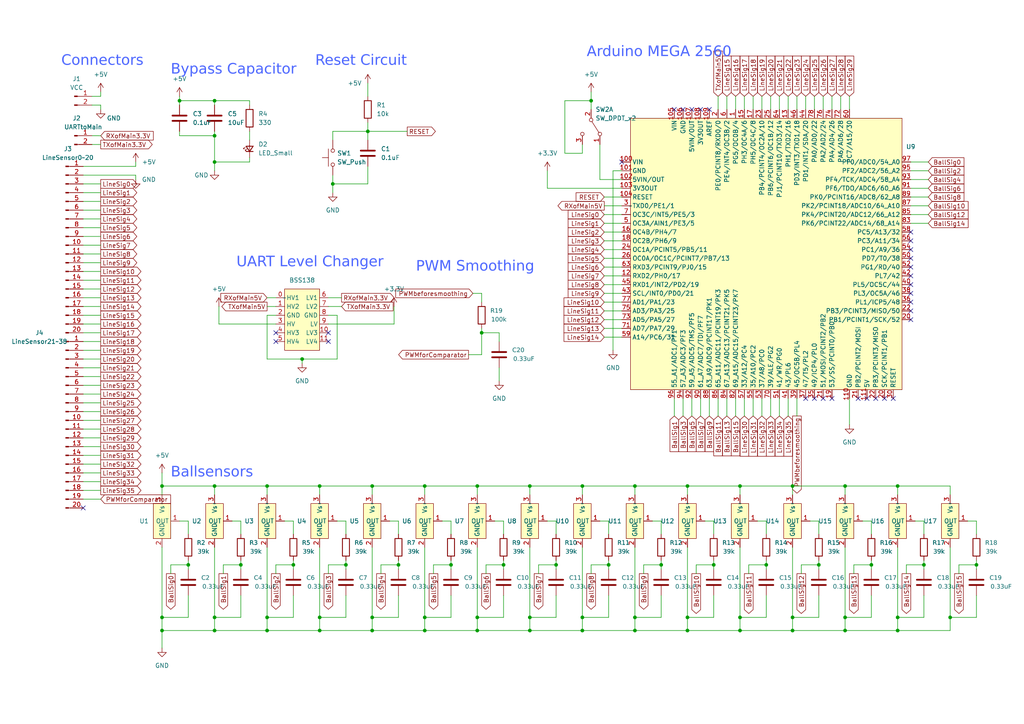
<source format=kicad_sch>
(kicad_sch (version 20230121) (generator eeschema)
  (paper "A4")
  (lib_symbols
    (symbol "@admixSymbols2:ArduinoMEGA2560"
      (property "Reference" "U" (at -88.9 -22.86 0))
      (symbol "ArduinoMEGA2560_1_1"
        (pin passive line (at -10.16 43.18 270) (length 2.54) (name "PG5/OC0B/4") (number "1"))
        (pin passive line (at -43.18 27.94 0) (length 2.54) (name "VIN") (number "100"))
        (pin passive line (at -43.18 25.4 0) (length 2.54) (name "GND") (number "101"))
        (pin passive line (at -43.18 22.86 0) (length 2.54) (name "5VIN/OUT") (number "102"))
        (pin passive line (at -43.18 20.32 0) (length 2.54) (name "3V3OUT") (number "103"))
        (pin passive line (at -43.18 17.78 0) (length 2.54) (name "RESET") (number "104"))
        (pin passive line (at -27.94 43.18 270) (length 2.54) (name "VIN") (number "105"))
        (pin passive line (at -25.4 43.18 270) (length 2.54) (name "GND") (number "106"))
        (pin passive line (at -22.86 43.18 270) (length 2.54) (name "5VIN/OUT") (number "107"))
        (pin passive line (at -20.32 43.18 270) (length 2.54) (name "3V3OUT") (number "108"))
        (pin passive line (at -17.78 43.18 270) (length 2.54) (name "AREF") (number "109"))
        (pin passive line (at 22.86 -40.64 90) (length 2.54) (name "GND") (number "110"))
        (pin passive line (at 27.94 -40.64 90) (length 2.54) (name "5V") (number "111"))
        (pin passive line (at -43.18 -5.08 0) (length 2.54) (name "RXD2/PH0/17") (number "12"))
        (pin passive line (at 5.08 43.18 270) (length 2.54) (name "PH1/TXD2/16") (number "13"))
        (pin passive line (at -7.62 43.18 270) (length 2.54) (name "PH3/OC4A/6") (number "15"))
        (pin passive line (at -43.18 7.62 0) (length 2.54) (name "OC4B/PH4/7") (number "16"))
        (pin passive line (at -5.08 43.18 270) (length 2.54) (name "PH5/OC4C/8") (number "17"))
        (pin passive line (at -43.18 5.08 0) (length 2.54) (name "OC2B/PH6/9") (number "18"))
        (pin passive line (at 17.78 -40.64 90) (length 2.54) (name "53/SS/PCINT0/PB0") (number "19"))
        (pin passive line (at -15.24 43.18 270) (length 2.54) (name "PE0/PCINT8/RXD0/0") (number "2"))
        (pin passive line (at 40.64 -17.78 180) (length 2.54) (name "PB1/PCINT1/SCK/52") (number "20"))
        (pin passive line (at 33.02 -40.64 90) (length 2.54) (name "SCK/PCINT1/PB1") (number "20"))
        (pin passive line (at 15.24 -40.64 90) (length 2.54) (name "51/MOSI/PCINT2/PB2") (number "21"))
        (pin passive line (at 25.4 -40.64 90) (length 2.54) (name "PB2/PCINT2/MOSI") (number "21"))
        (pin passive line (at 30.48 -40.64 90) (length 2.54) (name "PB3/PCINT3/MISO") (number "22"))
        (pin passive line (at 40.64 -15.24 180) (length 2.54) (name "PB3/PCINT3/MISO/50") (number "22"))
        (pin passive line (at -2.54 43.18 270) (length 2.54) (name "PB4/PCINT4/OC2A/10") (number "23"))
        (pin passive line (at -43.18 2.54 0) (length 2.54) (name "OC1A/PCINT5/PB5/11") (number "24"))
        (pin passive line (at 0 43.18 270) (length 2.54) (name "PB6/PCINT6/OC1B/12") (number "25"))
        (pin passive line (at -43.18 0 0) (length 2.54) (name "OC0A/OC1C/PCINT7/PB7/13") (number "26"))
        (pin passive line (at -43.18 15.24 0) (length 2.54) (name "TXD0/PE1/1") (number "3"))
        (pin passive line (at 35.56 -40.64 90) (length 2.54) (name "RESET") (number "30"))
        (pin passive line (at 12.7 -40.64 90) (length 2.54) (name "49/ICP4/PL0") (number "35"))
        (pin passive line (at 40.64 -12.7 180) (length 2.54) (name "PL1/ICP5/48") (number "36"))
        (pin passive line (at 10.16 -40.64 90) (length 2.54) (name "47/T5/PL2") (number "37"))
        (pin passive line (at 40.64 -10.16 180) (length 2.54) (name "PL3/OC5A/46") (number "38"))
        (pin passive line (at 7.62 -40.64 90) (length 2.54) (name "45/OC5B/PL4") (number "39"))
        (pin passive line (at 40.64 -7.62 180) (length 2.54) (name "PL5/OC5C/44") (number "40"))
        (pin passive line (at 5.08 -40.64 90) (length 2.54) (name "43/PL6") (number "41"))
        (pin passive line (at 40.64 -5.08 180) (length 2.54) (name "PL7/42") (number "42"))
        (pin passive line (at -43.18 -10.16 0) (length 2.54) (name "SCL/INT0/PD0/21") (number "43"))
        (pin passive line (at 10.16 43.18 270) (length 2.54) (name "PD1/INT1/SDA/20") (number "44"))
        (pin passive line (at -43.18 -7.62 0) (length 2.54) (name "RXD1/INT2/PD2/19") (number "45"))
        (pin passive line (at 7.62 43.18 270) (length 2.54) (name "PD3/INT3/TXD1/18") (number "46"))
        (pin passive line (at -43.18 10.16 0) (length 2.54) (name "OC3A/AIN1/PE3/5") (number "5"))
        (pin passive line (at 40.64 0 180) (length 2.54) (name "PD7/T0/38") (number "50"))
        (pin passive line (at 2.54 -40.64 90) (length 2.54) (name "41/WR/PG0") (number "51"))
        (pin passive line (at 40.64 -2.54 180) (length 2.54) (name "PG1/RD/40") (number "52"))
        (pin passive line (at -2.54 -40.64 90) (length 2.54) (name "37/A8/PC0") (number "53"))
        (pin passive line (at 40.64 2.54 180) (length 2.54) (name "PC1/A9/36") (number "54"))
        (pin passive line (at -5.08 -40.64 90) (length 2.54) (name "35/A10/PC2") (number "55"))
        (pin passive line (at 40.64 5.08 180) (length 2.54) (name "PC3/A11/34") (number "56"))
        (pin passive line (at -7.62 -40.64 90) (length 2.54) (name "33/A12/PC4") (number "57"))
        (pin passive line (at 40.64 7.62 180) (length 2.54) (name "PC5/A13/32") (number "58"))
        (pin passive line (at -43.18 -22.86 0) (length 2.54) (name "A14/PC6/31") (number "59"))
        (pin passive line (at -12.7 43.18 270) (length 2.54) (name "PE4/INT4/OC3B/2") (number "6"))
        (pin passive line (at 22.86 43.18 270) (length 2.54) (name "PC7/A15/30") (number "60"))
        (pin passive line (at -43.18 -2.54 0) (length 2.54) (name "RXD3/PCINT9/PJ0/15") (number "63"))
        (pin passive line (at 2.54 43.18 270) (length 2.54) (name "PJ1/PCINT10/TXD3/14") (number "64"))
        (pin passive line (at -43.18 12.7 0) (length 2.54) (name "OC3C/INT5/PE5/3") (number "7"))
        (pin passive line (at 0 -40.64 90) (length 2.54) (name "39/ALE/PG2") (number "70"))
        (pin passive line (at -43.18 -20.32 0) (length 2.54) (name "AD7/PA7/29") (number "71"))
        (pin passive line (at 20.32 43.18 270) (length 2.54) (name "PA6/AD6/28") (number "72"))
        (pin passive line (at -43.18 -17.78 0) (length 2.54) (name "AD5/PA5/27") (number "73"))
        (pin passive line (at 17.78 43.18 270) (length 2.54) (name "PA4/AD4/26") (number "74"))
        (pin passive line (at -43.18 -15.24 0) (length 2.54) (name "AD3/PA3/25") (number "75"))
        (pin passive line (at 15.24 43.18 270) (length 2.54) (name "PA2/AD2/24") (number "76"))
        (pin passive line (at -43.18 -12.7 0) (length 2.54) (name "AD1/PA1/23") (number "77"))
        (pin passive line (at 12.7 43.18 270) (length 2.54) (name "PA0/AD0/22") (number "78"))
        (pin passive line (at -10.16 -40.64 90) (length 2.54) (name "69_A15/ADC15/PCINT23/PK7") (number "82"))
        (pin passive line (at 40.64 10.16 180) (length 2.54) (name "PK6/PCINT22/ADC14/68_A14") (number "83"))
        (pin passive line (at -12.7 -40.64 90) (length 2.54) (name "67_A13/ADC13/PCINT21/PK5") (number "84"))
        (pin passive line (at 40.64 12.7 180) (length 2.54) (name "PK4/PCINT20/ADC12/66_A12") (number "85"))
        (pin passive line (at -15.24 -40.64 90) (length 2.54) (name "65_A11/ADC11/PCINT19/PK3") (number "86"))
        (pin passive line (at 40.64 15.24 180) (length 2.54) (name "PK2/PCINT18/ADC10/64_A10") (number "87"))
        (pin passive line (at -17.78 -40.64 90) (length 2.54) (name "63_A9/ADC9/PCINT17/PK1") (number "88"))
        (pin passive line (at 40.64 17.78 180) (length 2.54) (name "PK0/PCINT16/ADC8/62_A8") (number "89"))
        (pin passive line (at -20.32 -40.64 90) (length 2.54) (name "61_A7/ADC7/TDI/PF7") (number "90"))
        (pin passive line (at 40.64 20.32 180) (length 2.54) (name "PF6/TDO/ADC6/60_A6") (number "91"))
        (pin passive line (at -22.86 -40.64 90) (length 2.54) (name "59_A5/ADC5/TMS/PF5") (number "92"))
        (pin passive line (at 40.64 22.86 180) (length 2.54) (name "PF4/TCK/ADC4/58_A4") (number "93"))
        (pin passive line (at -25.4 -40.64 90) (length 2.54) (name "57_A3/ADC3/PF3") (number "94"))
        (pin passive line (at 40.64 25.4 180) (length 2.54) (name "PF2/ADC2/56_A2") (number "95"))
        (pin passive line (at -27.94 -40.64 90) (length 2.54) (name "55_A1/ADC1/PF1") (number "96"))
        (pin passive line (at 40.64 27.94 180) (length 2.54) (name "PF0/ADC0/54_A0") (number "97"))
      )
    )
    (symbol "@admixSymbols2:BSS138"
      (property "Reference" "U" (at 0 6.35 0))
      (symbol "BSS138_1_1"
        (pin passive line (at -7.62 6.35 0) (length 2.54) (name "HV1") (number "0"))
        (pin passive line (at -7.62 3.81 0) (length 2.54) (name "HV2") (number "1"))
        (pin passive line (at 7.62 -3.81 180) (length 2.54) (name "LV3") (number "10"))
        (pin passive line (at 7.62 -6.35 180) (length 2.54) (name "LV4") (number "11"))
        (pin passive line (at -7.62 1.27 0) (length 2.54) (name "GND") (number "2"))
        (pin passive line (at -7.62 -1.27 0) (length 2.54) (name "HV") (number "3"))
        (pin passive line (at -7.62 -3.81 0) (length 2.54) (name "HV3") (number "4"))
        (pin passive line (at -7.62 -6.35 0) (length 2.54) (name "HV4") (number "5"))
        (pin passive line (at 7.62 6.35 180) (length 2.54) (name "LV1") (number "6"))
        (pin passive line (at 7.62 3.81 180) (length 2.54) (name "LV2") (number "7"))
        (pin passive line (at 7.62 1.27 180) (length 2.54) (name "GND") (number "8"))
        (pin passive line (at 7.62 -1.27 180) (length 2.54) (name "LV") (number "9"))
      )
    )
    (symbol "@admixSymbols2:TSSP58038"
      (property "Reference" "U" (at -2.54 0 0))
      (symbol "TSSP58038_1_1"
        (pin passive line (at 5.08 0 180) (length 2.54) (name "OUT") (number "1"))
        (pin passive line (at 0 -7.62 90) (length 2.54) (name "GND") (number "2"))
        (pin passive line (at 0 7.62 270) (length 2.54) (name "Vs") (number "3"))
      )
    )
    (symbol "Connector:Conn_01x02_Pin" (pin_names (offset 1.016) hide)
      (property "Reference" "J" (at 0 2.54 0))
      (property "Value" "Conn_01x02_Pin" (at 0 -5.08 0))
      (symbol "Conn_01x02_Pin_1_1"
        (pin passive line (at 5.08 0 180) (length 3.81) (name "Pin_1") (number "1"))
        (pin passive line (at 5.08 -2.54 180) (length 3.81) (name "Pin_2") (number "2"))
      )
    )
    (symbol "Connector:Conn_01x20_Pin" (pin_names (offset 1.016) hide)
      (property "Reference" "J" (at 0 25.4 0))
      (property "Value" "Conn_01x20_Pin" (at 0 -27.94 0))
      (symbol "Conn_01x20_Pin_1_1"
        (pin passive line (at 5.08 22.86 180) (length 3.81) (name "Pin_1") (number "1"))
        (pin passive line (at 5.08 0 180) (length 3.81) (name "Pin_10") (number "10"))
        (pin passive line (at 5.08 -2.54 180) (length 3.81) (name "Pin_11") (number "11"))
        (pin passive line (at 5.08 -5.08 180) (length 3.81) (name "Pin_12") (number "12"))
        (pin passive line (at 5.08 -7.62 180) (length 3.81) (name "Pin_13") (number "13"))
        (pin passive line (at 5.08 -10.16 180) (length 3.81) (name "Pin_14") (number "14"))
        (pin passive line (at 5.08 -12.7 180) (length 3.81) (name "Pin_15") (number "15"))
        (pin passive line (at 5.08 -15.24 180) (length 3.81) (name "Pin_16") (number "16"))
        (pin passive line (at 5.08 -17.78 180) (length 3.81) (name "Pin_17") (number "17"))
        (pin passive line (at 5.08 -20.32 180) (length 3.81) (name "Pin_18") (number "18"))
        (pin passive line (at 5.08 -22.86 180) (length 3.81) (name "Pin_19") (number "19"))
        (pin passive line (at 5.08 20.32 180) (length 3.81) (name "Pin_2") (number "2"))
        (pin passive line (at 5.08 -25.4 180) (length 3.81) (name "Pin_20") (number "20"))
        (pin passive line (at 5.08 17.78 180) (length 3.81) (name "Pin_3") (number "3"))
        (pin passive line (at 5.08 15.24 180) (length 3.81) (name "Pin_4") (number "4"))
        (pin passive line (at 5.08 12.7 180) (length 3.81) (name "Pin_5") (number "5"))
        (pin passive line (at 5.08 10.16 180) (length 3.81) (name "Pin_6") (number "6"))
        (pin passive line (at 5.08 7.62 180) (length 3.81) (name "Pin_7") (number "7"))
        (pin passive line (at 5.08 5.08 180) (length 3.81) (name "Pin_8") (number "8"))
        (pin passive line (at 5.08 2.54 180) (length 3.81) (name "Pin_9") (number "9"))
      )
    )
    (symbol "Device:C" (pin_numbers hide) (pin_names (offset 0.254))
      (property "Reference" "C" (at 0.635 2.54 0))
      (property "Value" "C" (at 0.635 -2.54 0))
      (symbol "C_1_1"
        (pin passive line (at 0 3.81 270) (length 2.794) (name "~") (number "1"))
        (pin passive line (at 0 -3.81 90) (length 2.794) (name "~") (number "2"))
      )
    )
    (symbol "Device:LED_Small" (pin_numbers hide) (pin_names (offset 0.254) hide)
      (property "Reference" "D" (at -1.27 3.175 0))
      (property "Value" "LED_Small" (at -4.445 -2.54 0))
      (symbol "LED_Small_1_1"
        (pin passive line (at -2.54 0 0) (length 1.778) (name "K") (number "1"))
        (pin passive line (at 2.54 0 180) (length 1.778) (name "A") (number "2"))
      )
    )
    (symbol "Device:R" (pin_numbers hide) (pin_names (offset 0))
      (property "Reference" "R" (at 2.032 0 90))
      (property "Value" "R" (at 0 0 90))
      (symbol "R_1_1"
        (pin passive line (at 0 3.81 270) (length 1.27) (name "~") (number "1"))
        (pin passive line (at 0 -3.81 90) (length 1.27) (name "~") (number "2"))
      )
    )
    (symbol "Switch:SW_DPDT_x2" (pin_names (offset 0) hide)
      (property "Reference" "SW" (at 0 4.318 0))
      (property "Value" "SW_DPDT_x2" (at 0 -5.08 0))
      (symbol "SW_DPDT_x2_1_1"
        (pin passive line (at 5.08 2.54 180) (length 2.54) (name "A") (number "1"))
        (pin passive line (at -5.08 0 0) (length 2.54) (name "B") (number "2"))
        (pin passive line (at 5.08 -2.54 180) (length 2.54) (name "C") (number "3"))
      )
      (symbol "SW_DPDT_x2_2_1"
        (pin passive line (at 5.08 2.54 180) (length 2.54) (name "A") (number "4"))
        (pin passive line (at -5.08 0 0) (length 2.54) (name "B") (number "5"))
        (pin passive line (at 5.08 -2.54 180) (length 2.54) (name "C") (number "6"))
      )
    )
    (symbol "Switch:SW_Push" (pin_numbers hide) (pin_names (offset 1.016) hide)
      (property "Reference" "SW" (at 1.27 2.54 0))
      (property "Value" "SW_Push" (at 0 -1.524 0))
      (symbol "SW_Push_0_1"
        (pin passive line (at -5.08 0 0) (length 2.54) (name "1") (number "1"))
        (pin passive line (at 5.08 0 180) (length 2.54) (name "2") (number "2"))
      )
    )
    (symbol "power:+3.3V" (power) (pin_names (offset 0))
      (property "Value" "+3.3V" (at 0 3.556 0))
      (symbol "+3.3V_1_1"
        (pin power_in line (at 0 0 90) (length 0) hide (name "+3.3V") (number "1"))
      )
    )
    (symbol "power:+5V" (power) (pin_names (offset 0))
      (property "Value" "+5V" (at 0 3.556 0))
      (symbol "+5V_1_1"
        (pin power_in line (at 0 0 90) (length 0) hide (name "+5V") (number "1"))
      )
    )
    (symbol "power:GND" (power) (pin_names (offset 0))
      (property "Value" "GND" (at 0 -3.81 0))
      (symbol "GND_1_1"
        (pin power_in line (at 0 0 270) (length 0) hide (name "GND") (number "1"))
      )
    )
  )
  (junction (at 54.61 163.83))
  (junction (at 62.23 182.88))
  (junction (at 85.09 163.83))
  (junction (at 275.59 179.07))
  (junction (at 184.15 182.88))
  (junction (at 92.71 182.88))
  (junction (at 199.39 179.07))
  (junction (at 62.23 39.37))
  (junction (at 77.47 179.07))
  (junction (at 52.07 29.21))
  (junction (at 168.91 179.07))
  (junction (at 123.19 179.07))
  (junction (at 168.91 140.97))
  (junction (at 245.11 182.88))
  (junction (at 146.05 163.83))
  (junction (at 77.47 140.97))
  (junction (at 260.35 140.97))
  (junction (at 191.77 163.83))
  (junction (at 62.23 140.97))
  (junction (at 245.11 140.97))
  (junction (at 138.43 140.97))
  (junction (at 260.35 179.07))
  (junction (at 62.23 179.07))
  (junction (at 138.43 182.88))
  (junction (at 139.7 96.52))
  (junction (at 267.97 163.83))
  (junction (at 161.29 163.83))
  (junction (at 46.99 140.97))
  (junction (at 168.91 182.88))
  (junction (at 107.95 140.97))
  (junction (at 46.99 182.88))
  (junction (at 171.45 29.21))
  (junction (at 176.53 163.83))
  (junction (at 123.19 182.88))
  (junction (at 106.68 38.1))
  (junction (at 107.95 179.07))
  (junction (at 115.57 163.83))
  (junction (at 77.47 182.88))
  (junction (at 184.15 179.07))
  (junction (at 62.23 29.21))
  (junction (at 245.11 179.07))
  (junction (at 69.85 163.83))
  (junction (at 123.19 140.97))
  (junction (at 214.63 182.88))
  (junction (at 214.63 140.97))
  (junction (at 130.81 163.83))
  (junction (at 96.52 53.34))
  (junction (at 229.87 140.97))
  (junction (at 229.87 179.07))
  (junction (at 107.95 182.88))
  (junction (at 207.01 163.83))
  (junction (at 252.73 163.83))
  (junction (at 153.67 179.07))
  (junction (at 260.35 182.88))
  (junction (at 153.67 182.88))
  (junction (at 46.99 179.07))
  (junction (at 214.63 179.07))
  (junction (at 153.67 140.97))
  (junction (at 283.21 163.83))
  (junction (at 237.49 163.83))
  (junction (at 92.71 179.07))
  (junction (at 100.33 163.83))
  (junction (at 184.15 140.97))
  (junction (at 199.39 140.97))
  (junction (at 92.71 140.97))
  (junction (at 222.25 163.83))
  (junction (at 138.43 179.07))
  (junction (at 229.87 182.88))
  (junction (at 199.39 182.88))
  (junction (at 62.23 46.99))
  (junction (at 87.63 104.14))
  (no_connect (at 24.13 147.32))
  (no_connect (at 233.68 115.57))
  (no_connect (at 200.66 31.75))
  (no_connect (at 95.25 99.06))
  (no_connect (at 264.16 92.71))
  (no_connect (at 264.16 87.63))
  (no_connect (at 241.3 115.57))
  (no_connect (at 264.16 80.01))
  (no_connect (at 195.58 31.75))
  (no_connect (at 203.2 31.75))
  (no_connect (at 238.76 115.57))
  (no_connect (at 264.16 90.17))
  (no_connect (at 264.16 77.47))
  (no_connect (at 251.46 115.57))
  (no_connect (at 264.16 72.39))
  (no_connect (at 259.08 115.57))
  (no_connect (at 264.16 82.55))
  (no_connect (at 205.74 31.75))
  (no_connect (at 264.16 85.09))
  (no_connect (at 180.34 46.99))
  (no_connect (at 264.16 69.85))
  (no_connect (at 198.12 31.75))
  (no_connect (at 80.01 96.52))
  (no_connect (at 264.16 74.93))
  (no_connect (at 80.01 99.06))
  (no_connect (at 254 115.57))
  (no_connect (at 256.54 115.57))
  (no_connect (at 248.92 115.57))
  (no_connect (at 264.16 67.31))
  (no_connect (at 236.22 115.57))
  (no_connect (at 95.25 96.52))
  (wire (pts (xy 269.24 54.61) (xy 264.16 54.61)))
  (wire (pts (xy 153.67 140.97) (xy 138.43 140.97)))
  (wire (pts (xy 205.74 115.57) (xy 205.74 120.65)))
  (wire (pts (xy 175.26 90.17) (xy 180.34 90.17)))
  (wire (pts (xy 114.3 93.98) (xy 95.25 93.98)))
  (wire (pts (xy 96.52 40.64) (xy 96.52 38.1)))
  (wire (pts (xy 191.77 151.13) (xy 191.77 154.94)))
  (wire (pts (xy 100.33 163.83) (xy 100.33 165.1)))
  (wire (pts (xy 97.79 91.44) (xy 97.79 104.14)))
  (wire (pts (xy 161.29 172.72) (xy 161.29 179.07)))
  (wire (pts (xy 24.13 101.6) (xy 29.21 101.6)))
  (wire (pts (xy 176.53 172.72) (xy 176.53 179.07)))
  (wire (pts (xy 280.67 151.13) (xy 283.21 151.13)))
  (wire (pts (xy 146.05 172.72) (xy 146.05 179.07)))
  (wire (pts (xy 156.21 166.37) (xy 156.21 163.83)))
  (wire (pts (xy 214.63 158.75) (xy 214.63 179.07)))
  (wire (pts (xy 52.07 39.37) (xy 62.23 39.37)))
  (wire (pts (xy 24.13 111.76) (xy 29.21 111.76)))
  (wire (pts (xy 54.61 151.13) (xy 54.61 154.94)))
  (wire (pts (xy 283.21 172.72) (xy 283.21 179.07)))
  (wire (pts (xy 215.9 115.57) (xy 215.9 120.65)))
  (wire (pts (xy 250.19 151.13) (xy 252.73 151.13)))
  (wire (pts (xy 96.52 38.1) (xy 106.68 38.1)))
  (wire (pts (xy 245.11 143.51) (xy 245.11 140.97)))
  (wire (pts (xy 222.25 151.13) (xy 222.25 154.94)))
  (wire (pts (xy 62.23 39.37) (xy 62.23 46.99)))
  (wire (pts (xy 267.97 179.07) (xy 260.35 179.07)))
  (wire (pts (xy 54.61 172.72) (xy 54.61 179.07)))
  (wire (pts (xy 52.07 27.94) (xy 52.07 29.21)))
  (wire (pts (xy 222.25 162.56) (xy 222.25 163.83)))
  (wire (pts (xy 97.79 151.13) (xy 100.33 151.13)))
  (wire (pts (xy 24.13 68.58) (xy 29.21 68.58)))
  (wire (pts (xy 100.33 179.07) (xy 92.71 179.07)))
  (wire (pts (xy 95.25 166.37) (xy 95.25 163.83)))
  (wire (pts (xy 24.13 116.84) (xy 29.21 116.84)))
  (wire (pts (xy 260.35 179.07) (xy 260.35 182.88)))
  (wire (pts (xy 115.57 163.83) (xy 115.57 165.1)))
  (wire (pts (xy 139.7 95.25) (xy 139.7 96.52)))
  (wire (pts (xy 269.24 64.77) (xy 264.16 64.77)))
  (wire (pts (xy 137.16 85.09) (xy 139.7 85.09)))
  (wire (pts (xy 245.11 182.88) (xy 260.35 182.88)))
  (wire (pts (xy 67.31 151.13) (xy 69.85 151.13)))
  (wire (pts (xy 144.78 96.52) (xy 139.7 96.52)))
  (wire (pts (xy 106.68 24.13) (xy 106.68 27.94)))
  (wire (pts (xy 49.53 163.83) (xy 54.61 163.83)))
  (wire (pts (xy 26.67 39.37) (xy 29.21 39.37)))
  (wire (pts (xy 130.81 162.56) (xy 130.81 163.83)))
  (wire (pts (xy 92.71 179.07) (xy 92.71 182.88)))
  (wire (pts (xy 175.26 77.47) (xy 180.34 77.47)))
  (wire (pts (xy 226.06 115.57) (xy 226.06 120.65)))
  (wire (pts (xy 262.89 166.37) (xy 262.89 163.83)))
  (wire (pts (xy 207.01 179.07) (xy 199.39 179.07)))
  (wire (pts (xy 24.13 109.22) (xy 29.21 109.22)))
  (wire (pts (xy 29.21 30.48) (xy 29.21 31.75)))
  (wire (pts (xy 130.81 163.83) (xy 130.81 165.1)))
  (wire (pts (xy 62.23 182.88) (xy 77.47 182.88)))
  (wire (pts (xy 199.39 140.97) (xy 184.15 140.97)))
  (wire (pts (xy 72.39 30.48) (xy 72.39 29.21)))
  (wire (pts (xy 237.49 172.72) (xy 237.49 179.07)))
  (wire (pts (xy 24.13 132.08) (xy 29.21 132.08)))
  (wire (pts (xy 106.68 38.1) (xy 118.11 38.1)))
  (wire (pts (xy 161.29 163.83) (xy 161.29 165.1)))
  (wire (pts (xy 115.57 162.56) (xy 115.57 163.83)))
  (wire (pts (xy 140.97 166.37) (xy 140.97 163.83)))
  (wire (pts (xy 219.71 151.13) (xy 222.25 151.13)))
  (wire (pts (xy 269.24 57.15) (xy 264.16 57.15)))
  (wire (pts (xy 95.25 163.83) (xy 100.33 163.83)))
  (wire (pts (xy 146.05 163.83) (xy 146.05 165.1)))
  (wire (pts (xy 168.91 143.51) (xy 168.91 140.97)))
  (wire (pts (xy 175.26 87.63) (xy 180.34 87.63)))
  (wire (pts (xy 269.24 62.23) (xy 264.16 62.23)))
  (wire (pts (xy 77.47 179.07) (xy 77.47 182.88)))
  (wire (pts (xy 269.24 52.07) (xy 264.16 52.07)))
  (wire (pts (xy 223.52 115.57) (xy 223.52 120.65)))
  (wire (pts (xy 24.13 124.46) (xy 29.21 124.46)))
  (wire (pts (xy 97.79 104.14) (xy 87.63 104.14)))
  (wire (pts (xy 228.6 115.57) (xy 228.6 120.65)))
  (wire (pts (xy 191.77 179.07) (xy 184.15 179.07)))
  (wire (pts (xy 106.68 38.1) (xy 106.68 40.64)))
  (wire (pts (xy 278.13 166.37) (xy 278.13 163.83)))
  (wire (pts (xy 139.7 96.52) (xy 139.7 102.87)))
  (wire (pts (xy 201.93 163.83) (xy 207.01 163.83)))
  (wire (pts (xy 229.87 140.97) (xy 245.11 140.97)))
  (wire (pts (xy 62.23 46.99) (xy 72.39 46.99)))
  (wire (pts (xy 175.26 69.85) (xy 180.34 69.85)))
  (wire (pts (xy 229.87 158.75) (xy 229.87 179.07)))
  (wire (pts (xy 69.85 163.83) (xy 69.85 165.1)))
  (wire (pts (xy 168.91 158.75) (xy 168.91 179.07)))
  (wire (pts (xy 24.13 88.9) (xy 29.21 88.9)))
  (wire (pts (xy 87.63 104.14) (xy 87.63 105.41)))
  (wire (pts (xy 153.67 158.75) (xy 153.67 179.07)))
  (wire (pts (xy 171.45 166.37) (xy 171.45 163.83)))
  (wire (pts (xy 69.85 179.07) (xy 62.23 179.07)))
  (wire (pts (xy 62.23 39.37) (xy 62.23 38.1)))
  (wire (pts (xy 246.38 27.94) (xy 246.38 31.75)))
  (wire (pts (xy 252.73 163.83) (xy 252.73 165.1)))
  (wire (pts (xy 95.25 88.9) (xy 99.06 88.9)))
  (wire (pts (xy 252.73 172.72) (xy 252.73 179.07)))
  (wire (pts (xy 24.13 127) (xy 29.21 127)))
  (wire (pts (xy 278.13 163.83) (xy 283.21 163.83)))
  (wire (pts (xy 252.73 179.07) (xy 245.11 179.07)))
  (wire (pts (xy 175.26 82.55) (xy 180.34 82.55)))
  (wire (pts (xy 113.03 151.13) (xy 115.57 151.13)))
  (wire (pts (xy 171.45 26.67) (xy 171.45 29.21)))
  (wire (pts (xy 106.68 35.56) (xy 106.68 38.1)))
  (wire (pts (xy 24.13 53.34) (xy 29.21 53.34)))
  (wire (pts (xy 52.07 29.21) (xy 52.07 30.48)))
  (wire (pts (xy 110.49 163.83) (xy 115.57 163.83)))
  (wire (pts (xy 199.39 158.75) (xy 199.39 179.07)))
  (wire (pts (xy 184.15 140.97) (xy 168.91 140.97)))
  (wire (pts (xy 247.65 166.37) (xy 247.65 163.83)))
  (wire (pts (xy 63.5 88.9) (xy 63.5 93.98)))
  (wire (pts (xy 123.19 179.07) (xy 123.19 182.88)))
  (wire (pts (xy 161.29 162.56) (xy 161.29 163.83)))
  (wire (pts (xy 139.7 85.09) (xy 139.7 87.63)))
  (wire (pts (xy 39.37 46.99) (xy 39.37 48.26)))
  (wire (pts (xy 77.47 86.36) (xy 80.01 86.36)))
  (wire (pts (xy 260.35 140.97) (xy 245.11 140.97)))
  (wire (pts (xy 52.07 39.37) (xy 52.07 38.1)))
  (wire (pts (xy 46.99 137.16) (xy 46.99 140.97)))
  (wire (pts (xy 92.71 182.88) (xy 107.95 182.88)))
  (wire (pts (xy 46.99 140.97) (xy 46.99 143.51)))
  (wire (pts (xy 138.43 158.75) (xy 138.43 179.07)))
  (wire (pts (xy 95.25 91.44) (xy 97.79 91.44)))
  (wire (pts (xy 180.34 52.07) (xy 173.99 52.07)))
  (wire (pts (xy 153.67 179.07) (xy 153.67 182.88)))
  (wire (pts (xy 128.27 151.13) (xy 130.81 151.13)))
  (wire (pts (xy 283.21 151.13) (xy 283.21 154.94)))
  (wire (pts (xy 158.75 151.13) (xy 161.29 151.13)))
  (wire (pts (xy 218.44 115.57) (xy 218.44 120.65)))
  (wire (pts (xy 217.17 163.83) (xy 222.25 163.83)))
  (wire (pts (xy 217.17 166.37) (xy 217.17 163.83)))
  (wire (pts (xy 208.28 27.94) (xy 208.28 31.75)))
  (wire (pts (xy 69.85 151.13) (xy 69.85 154.94)))
  (wire (pts (xy 24.13 119.38) (xy 29.21 119.38)))
  (wire (pts (xy 24.13 99.06) (xy 29.21 99.06)))
  (wire (pts (xy 100.33 172.72) (xy 100.33 179.07)))
  (wire (pts (xy 220.98 115.57) (xy 220.98 120.65)))
  (wire (pts (xy 171.45 29.21) (xy 171.45 31.75)))
  (wire (pts (xy 175.26 62.23) (xy 180.34 62.23)))
  (wire (pts (xy 46.99 182.88) (xy 62.23 182.88)))
  (wire (pts (xy 54.61 162.56) (xy 54.61 163.83)))
  (wire (pts (xy 245.11 179.07) (xy 245.11 182.88)))
  (wire (pts (xy 24.13 134.62) (xy 29.21 134.62)))
  (wire (pts (xy 161.29 179.07) (xy 153.67 179.07)))
  (wire (pts (xy 237.49 179.07) (xy 229.87 179.07)))
  (wire (pts (xy 123.19 143.51) (xy 123.19 140.97)))
  (wire (pts (xy 24.13 78.74) (xy 29.21 78.74)))
  (wire (pts (xy 229.87 143.51) (xy 229.87 140.97)))
  (wire (pts (xy 144.78 96.52) (xy 144.78 99.06)))
  (wire (pts (xy 49.53 166.37) (xy 49.53 163.83)))
  (wire (pts (xy 173.99 151.13) (xy 176.53 151.13)))
  (wire (pts (xy 138.43 182.88) (xy 153.67 182.88)))
  (wire (pts (xy 130.81 172.72) (xy 130.81 179.07)))
  (wire (pts (xy 234.95 151.13) (xy 237.49 151.13)))
  (wire (pts (xy 201.93 166.37) (xy 201.93 163.83)))
  (wire (pts (xy 232.41 166.37) (xy 232.41 163.83)))
  (wire (pts (xy 176.53 151.13) (xy 176.53 154.94)))
  (wire (pts (xy 138.43 143.51) (xy 138.43 140.97)))
  (wire (pts (xy 156.21 163.83) (xy 161.29 163.83)))
  (wire (pts (xy 46.99 179.07) (xy 46.99 182.88)))
  (wire (pts (xy 62.23 179.07) (xy 62.23 182.88)))
  (wire (pts (xy 72.39 29.21) (xy 62.23 29.21)))
  (wire (pts (xy 199.39 143.51) (xy 199.39 140.97)))
  (wire (pts (xy 207.01 172.72) (xy 207.01 179.07)))
  (wire (pts (xy 100.33 162.56) (xy 100.33 163.83)))
  (wire (pts (xy 85.09 163.83) (xy 85.09 165.1)))
  (wire (pts (xy 106.68 48.26) (xy 106.68 53.34)))
  (wire (pts (xy 29.21 27.94) (xy 29.21 26.67)))
  (wire (pts (xy 24.13 144.78) (xy 29.21 144.78)))
  (wire (pts (xy 115.57 179.07) (xy 107.95 179.07)))
  (wire (pts (xy 177.8 49.53) (xy 177.8 101.6)))
  (wire (pts (xy 63.5 93.98) (xy 80.01 93.98)))
  (wire (pts (xy 96.52 53.34) (xy 96.52 55.88)))
  (wire (pts (xy 96.52 50.8) (xy 96.52 53.34)))
  (wire (pts (xy 168.91 179.07) (xy 168.91 182.88)))
  (wire (pts (xy 24.13 81.28) (xy 29.21 81.28)))
  (wire (pts (xy 191.77 163.83) (xy 191.77 165.1)))
  (wire (pts (xy 24.13 114.3) (xy 29.21 114.3)))
  (wire (pts (xy 130.81 179.07) (xy 123.19 179.07)))
  (wire (pts (xy 184.15 179.07) (xy 184.15 182.88)))
  (wire (pts (xy 246.38 115.57) (xy 246.38 123.19)))
  (wire (pts (xy 208.28 115.57) (xy 208.28 120.65)))
  (wire (pts (xy 175.26 72.39) (xy 180.34 72.39)))
  (wire (pts (xy 175.26 92.71) (xy 180.34 92.71)))
  (wire (pts (xy 175.26 74.93) (xy 180.34 74.93)))
  (wire (pts (xy 69.85 162.56) (xy 69.85 163.83)))
  (wire (pts (xy 82.55 151.13) (xy 85.09 151.13)))
  (wire (pts (xy 107.95 143.51) (xy 107.95 140.97)))
  (wire (pts (xy 95.25 86.36) (xy 99.06 86.36)))
  (wire (pts (xy 218.44 27.94) (xy 218.44 31.75)))
  (wire (pts (xy 107.95 179.07) (xy 107.95 182.88)))
  (wire (pts (xy 26.67 30.48) (xy 29.21 30.48)))
  (wire (pts (xy 24.13 50.8) (xy 39.37 50.8)))
  (wire (pts (xy 260.35 158.75) (xy 260.35 179.07)))
  (wire (pts (xy 207.01 163.83) (xy 207.01 165.1)))
  (wire (pts (xy 26.67 41.91) (xy 29.21 41.91)))
  (wire (pts (xy 241.3 27.94) (xy 241.3 31.75)))
  (wire (pts (xy 115.57 151.13) (xy 115.57 154.94)))
  (wire (pts (xy 146.05 162.56) (xy 146.05 163.83)))
  (wire (pts (xy 80.01 166.37) (xy 80.01 163.83)))
  (wire (pts (xy 176.53 162.56) (xy 176.53 163.83)))
  (wire (pts (xy 52.07 29.21) (xy 62.23 29.21)))
  (wire (pts (xy 123.19 140.97) (xy 107.95 140.97)))
  (wire (pts (xy 24.13 83.82) (xy 29.21 83.82)))
  (wire (pts (xy 184.15 143.51) (xy 184.15 140.97)))
  (wire (pts (xy 85.09 151.13) (xy 85.09 154.94)))
  (wire (pts (xy 180.34 49.53) (xy 177.8 49.53)))
  (wire (pts (xy 92.71 143.51) (xy 92.71 140.97)))
  (wire (pts (xy 232.41 163.83) (xy 237.49 163.83)))
  (wire (pts (xy 24.13 60.96) (xy 29.21 60.96)))
  (wire (pts (xy 62.23 158.75) (xy 62.23 179.07)))
  (wire (pts (xy 247.65 163.83) (xy 252.73 163.83)))
  (wire (pts (xy 267.97 172.72) (xy 267.97 179.07)))
  (wire (pts (xy 144.78 106.68) (xy 144.78 110.49)))
  (wire (pts (xy 168.91 140.97) (xy 153.67 140.97)))
  (wire (pts (xy 207.01 151.13) (xy 207.01 154.94)))
  (wire (pts (xy 24.13 142.24) (xy 29.21 142.24)))
  (wire (pts (xy 24.13 106.68) (xy 29.21 106.68)))
  (wire (pts (xy 125.73 163.83) (xy 130.81 163.83)))
  (wire (pts (xy 269.24 46.99) (xy 264.16 46.99)))
  (wire (pts (xy 210.82 27.94) (xy 210.82 31.75)))
  (wire (pts (xy 191.77 162.56) (xy 191.77 163.83)))
  (wire (pts (xy 77.47 104.14) (xy 87.63 104.14)))
  (wire (pts (xy 275.59 158.75) (xy 275.59 179.07)))
  (wire (pts (xy 69.85 172.72) (xy 69.85 179.07)))
  (wire (pts (xy 233.68 27.94) (xy 233.68 31.75)))
  (wire (pts (xy 72.39 46.99) (xy 72.39 45.72)))
  (wire (pts (xy 72.39 38.1) (xy 72.39 40.64)))
  (wire (pts (xy 184.15 158.75) (xy 184.15 179.07)))
  (wire (pts (xy 107.95 140.97) (xy 92.71 140.97)))
  (wire (pts (xy 24.13 58.42) (xy 29.21 58.42)))
  (wire (pts (xy 115.57 172.72) (xy 115.57 179.07)))
  (wire (pts (xy 220.98 27.94) (xy 220.98 31.75)))
  (wire (pts (xy 262.89 163.83) (xy 267.97 163.83)))
  (wire (pts (xy 24.13 121.92) (xy 29.21 121.92)))
  (wire (pts (xy 267.97 162.56) (xy 267.97 163.83)))
  (wire (pts (xy 222.25 172.72) (xy 222.25 179.07)))
  (wire (pts (xy 153.67 143.51) (xy 153.67 140.97)))
  (wire (pts (xy 214.63 182.88) (xy 229.87 182.88)))
  (wire (pts (xy 24.13 96.52) (xy 29.21 96.52)))
  (wire (pts (xy 265.43 151.13) (xy 267.97 151.13)))
  (wire (pts (xy 158.75 54.61) (xy 180.34 54.61)))
  (wire (pts (xy 175.26 95.25) (xy 180.34 95.25)))
  (wire (pts (xy 24.13 104.14) (xy 29.21 104.14)))
  (wire (pts (xy 92.71 140.97) (xy 77.47 140.97)))
  (wire (pts (xy 229.87 179.07) (xy 229.87 182.88)))
  (wire (pts (xy 173.99 41.91) (xy 173.99 52.07)))
  (wire (pts (xy 198.12 115.57) (xy 198.12 120.65)))
  (wire (pts (xy 54.61 163.83) (xy 54.61 165.1)))
  (wire (pts (xy 168.91 182.88) (xy 184.15 182.88)))
  (wire (pts (xy 176.53 163.83) (xy 176.53 165.1)))
  (wire (pts (xy 175.26 97.79) (xy 180.34 97.79)))
  (wire (pts (xy 269.24 59.69) (xy 264.16 59.69)))
  (wire (pts (xy 39.37 50.8) (xy 39.37 52.07)))
  (wire (pts (xy 130.81 151.13) (xy 130.81 154.94)))
  (wire (pts (xy 175.26 67.31) (xy 180.34 67.31)))
  (wire (pts (xy 176.53 179.07) (xy 168.91 179.07)))
  (wire (pts (xy 168.91 41.91) (xy 168.91 44.45)))
  (wire (pts (xy 207.01 162.56) (xy 207.01 163.83)))
  (wire (pts (xy 231.14 27.94) (xy 231.14 31.75)))
  (wire (pts (xy 175.26 59.69) (xy 180.34 59.69)))
  (wire (pts (xy 204.47 151.13) (xy 207.01 151.13)))
  (wire (pts (xy 214.63 140.97) (xy 199.39 140.97)))
  (wire (pts (xy 46.99 182.88) (xy 46.99 187.96)))
  (wire (pts (xy 283.21 163.83) (xy 283.21 165.1)))
  (wire (pts (xy 140.97 163.83) (xy 146.05 163.83)))
  (wire (pts (xy 237.49 162.56) (xy 237.49 163.83)))
  (wire (pts (xy 146.05 151.13) (xy 146.05 154.94)))
  (wire (pts (xy 267.97 151.13) (xy 267.97 154.94)))
  (wire (pts (xy 85.09 162.56) (xy 85.09 163.83)))
  (wire (pts (xy 77.47 88.9) (xy 80.01 88.9)))
  (wire (pts (xy 92.71 158.75) (xy 92.71 179.07)))
  (wire (pts (xy 24.13 66.04) (xy 29.21 66.04)))
  (wire (pts (xy 237.49 163.83) (xy 237.49 165.1)))
  (wire (pts (xy 123.19 158.75) (xy 123.19 179.07)))
  (wire (pts (xy 77.47 140.97) (xy 62.23 140.97)))
  (wire (pts (xy 85.09 179.07) (xy 77.47 179.07)))
  (wire (pts (xy 214.63 140.97) (xy 229.87 140.97)))
  (wire (pts (xy 77.47 91.44) (xy 77.47 104.14)))
  (wire (pts (xy 283.21 179.07) (xy 275.59 179.07)))
  (wire (pts (xy 107.95 158.75) (xy 107.95 179.07)))
  (wire (pts (xy 62.23 29.21) (xy 62.23 30.48)))
  (wire (pts (xy 228.6 27.94) (xy 228.6 31.75)))
  (wire (pts (xy 125.73 166.37) (xy 125.73 163.83)))
  (wire (pts (xy 77.47 91.44) (xy 80.01 91.44)))
  (wire (pts (xy 283.21 162.56) (xy 283.21 163.83)))
  (wire (pts (xy 168.91 44.45) (xy 163.83 44.45)))
  (wire (pts (xy 107.95 182.88) (xy 123.19 182.88)))
  (wire (pts (xy 189.23 151.13) (xy 191.77 151.13)))
  (wire (pts (xy 85.09 172.72) (xy 85.09 179.07)))
  (wire (pts (xy 39.37 48.26) (xy 24.13 48.26)))
  (wire (pts (xy 210.82 115.57) (xy 210.82 120.65)))
  (wire (pts (xy 100.33 151.13) (xy 100.33 154.94)))
  (wire (pts (xy 260.35 143.51) (xy 260.35 140.97)))
  (wire (pts (xy 214.63 143.51) (xy 214.63 140.97)))
  (wire (pts (xy 269.24 49.53) (xy 264.16 49.53)))
  (wire (pts (xy 223.52 27.94) (xy 223.52 31.75)))
  (wire (pts (xy 213.36 27.94) (xy 213.36 31.75)))
  (wire (pts (xy 163.83 29.21) (xy 171.45 29.21)))
  (wire (pts (xy 163.83 44.45) (xy 163.83 29.21)))
  (wire (pts (xy 46.99 158.75) (xy 46.99 179.07)))
  (wire (pts (xy 222.25 179.07) (xy 214.63 179.07)))
  (wire (pts (xy 184.15 182.88) (xy 199.39 182.88)))
  (wire (pts (xy 186.69 163.83) (xy 191.77 163.83)))
  (wire (pts (xy 62.23 46.99) (xy 62.23 49.53)))
  (wire (pts (xy 252.73 151.13) (xy 252.73 154.94)))
  (wire (pts (xy 52.07 151.13) (xy 54.61 151.13)))
  (wire (pts (xy 24.13 71.12) (xy 29.21 71.12)))
  (wire (pts (xy 213.36 115.57) (xy 213.36 120.65)))
  (wire (pts (xy 275.59 143.51) (xy 275.59 140.97)))
  (wire (pts (xy 24.13 63.5) (xy 29.21 63.5)))
  (wire (pts (xy 123.19 182.88) (xy 138.43 182.88)))
  (wire (pts (xy 275.59 179.07) (xy 275.59 182.88)))
  (wire (pts (xy 161.29 151.13) (xy 161.29 154.94)))
  (wire (pts (xy 231.14 115.57) (xy 231.14 120.65)))
  (wire (pts (xy 138.43 179.07) (xy 138.43 182.88)))
  (wire (pts (xy 24.13 139.7) (xy 29.21 139.7)))
  (wire (pts (xy 24.13 93.98) (xy 29.21 93.98)))
  (wire (pts (xy 158.75 49.53) (xy 158.75 54.61)))
  (wire (pts (xy 175.26 85.09) (xy 180.34 85.09)))
  (wire (pts (xy 237.49 151.13) (xy 237.49 154.94)))
  (wire (pts (xy 26.67 27.94) (xy 29.21 27.94)))
  (wire (pts (xy 203.2 115.57) (xy 203.2 120.65)))
  (wire (pts (xy 106.68 53.34) (xy 96.52 53.34)))
  (wire (pts (xy 114.3 88.9) (xy 114.3 93.98)))
  (wire (pts (xy 175.26 80.01) (xy 180.34 80.01)))
  (wire (pts (xy 24.13 91.44) (xy 29.21 91.44)))
  (wire (pts (xy 62.23 140.97) (xy 46.99 140.97)))
  (wire (pts (xy 236.22 27.94) (xy 236.22 31.75)))
  (wire (pts (xy 175.26 57.15) (xy 180.34 57.15)))
  (wire (pts (xy 24.13 86.36) (xy 29.21 86.36)))
  (wire (pts (xy 138.43 140.97) (xy 123.19 140.97)))
  (wire (pts (xy 24.13 73.66) (xy 29.21 73.66)))
  (wire (pts (xy 64.77 166.37) (xy 64.77 163.83)))
  (wire (pts (xy 200.66 115.57) (xy 200.66 120.65)))
  (wire (pts (xy 226.06 27.94) (xy 226.06 31.75)))
  (wire (pts (xy 24.13 129.54) (xy 29.21 129.54)))
  (wire (pts (xy 260.35 182.88) (xy 275.59 182.88)))
  (wire (pts (xy 135.89 102.87) (xy 139.7 102.87)))
  (wire (pts (xy 175.26 64.77) (xy 180.34 64.77)))
  (wire (pts (xy 77.47 158.75) (xy 77.47 179.07)))
  (wire (pts (xy 146.05 179.07) (xy 138.43 179.07)))
  (wire (pts (xy 54.61 179.07) (xy 46.99 179.07)))
  (wire (pts (xy 171.45 163.83) (xy 176.53 163.83)))
  (wire (pts (xy 229.87 182.88) (xy 245.11 182.88)))
  (wire (pts (xy 275.59 140.97) (xy 260.35 140.97)))
  (wire (pts (xy 222.25 163.83) (xy 222.25 165.1)))
  (wire (pts (xy 143.51 151.13) (xy 146.05 151.13)))
  (wire (pts (xy 77.47 143.51) (xy 77.47 140.97)))
  (wire (pts (xy 77.47 182.88) (xy 92.71 182.88)))
  (wire (pts (xy 238.76 27.94) (xy 238.76 31.75)))
  (wire (pts (xy 245.11 158.75) (xy 245.11 179.07)))
  (wire (pts (xy 80.01 163.83) (xy 85.09 163.83)))
  (wire (pts (xy 153.67 182.88) (xy 168.91 182.88)))
  (wire (pts (xy 214.63 179.07) (xy 214.63 182.88)))
  (wire (pts (xy 64.77 163.83) (xy 69.85 163.83)))
  (wire (pts (xy 267.97 163.83) (xy 267.97 165.1)))
  (wire (pts (xy 215.9 27.94) (xy 215.9 31.75)))
  (wire (pts (xy 199.39 182.88) (xy 214.63 182.88)))
  (wire (pts (xy 24.13 137.16) (xy 29.21 137.16)))
  (wire (pts (xy 186.69 166.37) (xy 186.69 163.83)))
  (wire (pts (xy 24.13 55.88) (xy 29.21 55.88)))
  (wire (pts (xy 191.77 172.72) (xy 191.77 179.07)))
  (wire (pts (xy 195.58 115.57) (xy 195.58 120.65)))
  (wire (pts (xy 243.84 27.94) (xy 243.84 31.75)))
  (wire (pts (xy 252.73 162.56) (xy 252.73 163.83)))
  (wire (pts (xy 110.49 166.37) (xy 110.49 163.83)))
  (wire (pts (xy 24.13 76.2) (xy 29.21 76.2)))
  (wire (pts (xy 62.23 143.51) (xy 62.23 140.97)))
  (wire (pts (xy 199.39 179.07) (xy 199.39 182.88)))
  (text "PWM Smoothing" (at 120.65 80.01 0) (effects (font (size 3 3)) (justify left bottom)))
  (text "Ballsensors" (at 49.53 139.7 0) (effects (font (size 3 3)) (justify left bottom)))
  (text "Connectors" (at 17.78 20.32 0) (effects (font (size 3 3)) (justify left bottom)))
  (text "Reset Circuit" (at 91.44 20.32 0) (effects (font (size 3 3)) (justify left bottom)))
  (text "Bypass Capacitor" (at 49.53 22.86 0) (effects (font (size 3 3)) (justify left bottom)))
  (text "UART Level Changer" (at 68.58 78.74 0) (effects (font (size 3 3)) (justify left bottom)))
  (text "Arduino MEGA 2560" (at 170.18 17.78 0) (effects (font (size 3 3)) (justify left bottom)))
  (global_label "LineSig20" (shape input) (at 223.52 27.94 90) (property "Intersheetrefs" "${INTERSHEET_REFS}" (effects hide)))
  (global_label "BallSig12" (shape input) (at 269.24 62.23 0) (property "Intersheetrefs" "${INTERSHEET_REFS}" (effects hide)))
  (global_label "LineSig7" (shape input) (at 175.26 80.01 180) (property "Intersheetrefs" "${INTERSHEET_REFS}" (effects hide)))
  (global_label "RXofMain5V" (shape input) (at 77.47 86.36 180) (property "Intersheetrefs" "${INTERSHEET_REFS}" (effects hide)))
  (global_label "LineSig13" (shape output) (at 29.21 86.36 0) (property "Intersheetrefs" "${INTERSHEET_REFS}" (effects hide)))
  (global_label "LineSig29" (shape output) (at 29.21 127 0) (property "Intersheetrefs" "${INTERSHEET_REFS}" (effects hide)))
  (global_label "BallSig9" (shape output) (at 186.69 166.37 270) (property "Intersheetrefs" "${INTERSHEET_REFS}" (effects hide)))
  (global_label "LineSig35" (shape output) (at 29.21 142.24 0) (property "Intersheetrefs" "${INTERSHEET_REFS}" (effects hide)))
  (global_label "BallSig13" (shape output) (at 247.65 166.37 270) (property "Intersheetrefs" "${INTERSHEET_REFS}" (effects hide)))
  (global_label "LineSig31" (shape input) (at 218.44 120.65 270) (property "Intersheetrefs" "${INTERSHEET_REFS}" (effects hide)))
  (global_label "PWMbeforesmoothing" (shape output) (at 231.14 120.65 270) (property "Intersheetrefs" "${INTERSHEET_REFS}" (effects hide)))
  (global_label "RXofMain5V" (shape output) (at 175.26 59.69 180) (property "Intersheetrefs" "${INTERSHEET_REFS}" (effects hide)))
  (global_label "LineSig18" (shape input) (at 218.44 27.94 90) (property "Intersheetrefs" "${INTERSHEET_REFS}" (effects hide)))
  (global_label "BallSig2" (shape input) (at 269.24 49.53 0) (property "Intersheetrefs" "${INTERSHEET_REFS}" (effects hide)))
  (global_label "LineSig12" (shape output) (at 29.21 83.82 0) (property "Intersheetrefs" "${INTERSHEET_REFS}" (effects hide)))
  (global_label "LineSig23" (shape output) (at 29.21 111.76 0) (property "Intersheetrefs" "${INTERSHEET_REFS}" (effects hide)))
  (global_label "LineSig24" (shape input) (at 233.68 27.94 90) (property "Intersheetrefs" "${INTERSHEET_REFS}" (effects hide)))
  (global_label "BallSig3" (shape input) (at 198.12 120.65 270) (property "Intersheetrefs" "${INTERSHEET_REFS}" (effects hide)))
  (global_label "BallSig6" (shape output) (at 140.97 166.37 270) (property "Intersheetrefs" "${INTERSHEET_REFS}" (effects hide)))
  (global_label "LineSig16" (shape output) (at 29.21 93.98 0) (property "Intersheetrefs" "${INTERSHEET_REFS}" (effects hide)))
  (global_label "LineSig11" (shape output) (at 29.21 81.28 0) (property "Intersheetrefs" "${INTERSHEET_REFS}" (effects hide)))
  (global_label "LineSig6" (shape output) (at 29.21 68.58 0) (property "Intersheetrefs" "${INTERSHEET_REFS}" (effects hide)))
  (global_label "LineSig2" (shape output) (at 29.21 58.42 0) (property "Intersheetrefs" "${INTERSHEET_REFS}" (effects hide)))
  (global_label "LineSig32" (shape input) (at 220.98 120.65 270) (property "Intersheetrefs" "${INTERSHEET_REFS}" (effects hide)))
  (global_label "TXofMain5V" (shape input) (at 208.28 27.94 90) (property "Intersheetrefs" "${INTERSHEET_REFS}" (effects hide)))
  (global_label "LineSig11" (shape input) (at 175.26 90.17 180) (property "Intersheetrefs" "${INTERSHEET_REFS}" (effects hide)))
  (global_label "BallSig7" (shape input) (at 203.2 120.65 270) (property "Intersheetrefs" "${INTERSHEET_REFS}" (effects hide)))
  (global_label "PWMforComparator" (shape output) (at 135.89 102.87 180) (property "Intersheetrefs" "${INTERSHEET_REFS}" (effects hide)))
  (global_label "BallSig11" (shape input) (at 208.28 120.65 270) (property "Intersheetrefs" "${INTERSHEET_REFS}" (effects hide)))
  (global_label "LineSig4" (shape output) (at 29.21 63.5 0) (property "Intersheetrefs" "${INTERSHEET_REFS}" (effects hide)))
  (global_label "LineSig25" (shape input) (at 236.22 27.94 90) (property "Intersheetrefs" "${INTERSHEET_REFS}" (effects hide)))
  (global_label "BallSig9" (shape input) (at 205.74 120.65 270) (property "Intersheetrefs" "${INTERSHEET_REFS}" (effects hide)))
  (global_label "LineSig26" (shape input) (at 238.76 27.94 90) (property "Intersheetrefs" "${INTERSHEET_REFS}" (effects hide)))
  (global_label "BallSig10" (shape output) (at 201.93 166.37 270) (property "Intersheetrefs" "${INTERSHEET_REFS}" (effects hide)))
  (global_label "LineSig14" (shape output) (at 29.21 88.9 0) (property "Intersheetrefs" "${INTERSHEET_REFS}" (effects hide)))
  (global_label "BallSig11" (shape output) (at 217.17 166.37 270) (property "Intersheetrefs" "${INTERSHEET_REFS}" (effects hide)))
  (global_label "BallSig0" (shape input) (at 269.24 46.99 0) (property "Intersheetrefs" "${INTERSHEET_REFS}" (effects hide)))
  (global_label "BallSig7" (shape output) (at 156.21 166.37 270) (property "Intersheetrefs" "${INTERSHEET_REFS}" (effects hide)))
  (global_label "PWMbeforesmoothing" (shape input) (at 137.16 85.09 180) (property "Intersheetrefs" "${INTERSHEET_REFS}" (effects hide)))
  (global_label "LineSig15" (shape output) (at 29.21 91.44 0) (property "Intersheetrefs" "${INTERSHEET_REFS}" (effects hide)))
  (global_label "LineSig21" (shape input) (at 226.06 27.94 90) (property "Intersheetrefs" "${INTERSHEET_REFS}" (effects hide)))
  (global_label "LineSig24" (shape output) (at 29.21 114.3 0) (property "Intersheetrefs" "${INTERSHEET_REFS}" (effects hide)))
  (global_label "LineSig33" (shape input) (at 223.52 120.65 270) (property "Intersheetrefs" "${INTERSHEET_REFS}" (effects hide)))
  (global_label "PWMforComparator" (shape input) (at 29.21 144.78 0) (property "Intersheetrefs" "${INTERSHEET_REFS}" (effects hide)))
  (global_label "BallSig15" (shape output) (at 278.13 166.37 270) (property "Intersheetrefs" "${INTERSHEET_REFS}" (effects hide)))
  (global_label "LineSig4" (shape input) (at 175.26 72.39 180) (property "Intersheetrefs" "${INTERSHEET_REFS}" (effects hide)))
  (global_label "BallSig8" (shape output) (at 171.45 166.37 270) (property "Intersheetrefs" "${INTERSHEET_REFS}" (effects hide)))
  (global_label "LineSig10" (shape input) (at 175.26 87.63 180) (property "Intersheetrefs" "${INTERSHEET_REFS}" (effects hide)))
  (global_label "RXofMain3.3V" (shape output) (at 99.06 86.36 0) (property "Intersheetrefs" "${INTERSHEET_REFS}" (effects hide)))
  (global_label "LineSig28" (shape input) (at 243.84 27.94 90) (property "Intersheetrefs" "${INTERSHEET_REFS}" (effects hide)))
  (global_label "LineSig34" (shape output) (at 29.21 139.7 0) (property "Intersheetrefs" "${INTERSHEET_REFS}" (effects hide)))
  (global_label "BallSig5" (shape input) (at 200.66 120.65 270) (property "Intersheetrefs" "${INTERSHEET_REFS}" (effects hide)))
  (global_label "BallSig10" (shape input) (at 269.24 59.69 0) (property "Intersheetrefs" "${INTERSHEET_REFS}" (effects hide)))
  (global_label "LineSig2" (shape input) (at 175.26 67.31 180) (property "Intersheetrefs" "${INTERSHEET_REFS}" (effects hide)))
  (global_label "LineSig33" (shape output) (at 29.21 137.16 0) (property "Intersheetrefs" "${INTERSHEET_REFS}" (effects hide)))
  (global_label "LineSig0" (shape input) (at 175.26 62.23 180) (property "Intersheetrefs" "${INTERSHEET_REFS}" (effects hide)))
  (global_label "LineSig27" (shape output) (at 29.21 121.92 0) (property "Intersheetrefs" "${INTERSHEET_REFS}" (effects hide)))
  (global_label "LineSig20" (shape output) (at 29.21 104.14 0) (property "Intersheetrefs" "${INTERSHEET_REFS}" (effects hide)))
  (global_label "BallSig6" (shape input) (at 269.24 54.61 0) (property "Intersheetrefs" "${INTERSHEET_REFS}" (effects hide)))
  (global_label "LineSig22" (shape output) (at 29.21 109.22 0) (property "Intersheetrefs" "${INTERSHEET_REFS}" (effects hide)))
  (global_label "LineSig3" (shape input) (at 175.26 69.85 180) (property "Intersheetrefs" "${INTERSHEET_REFS}" (effects hide)))
  (global_label "LineSig19" (shape input) (at 220.98 27.94 90) (property "Intersheetrefs" "${INTERSHEET_REFS}" (effects hide)))
  (global_label "TXofMain5V" (shape output) (at 77.47 88.9 180) (property "Intersheetrefs" "${INTERSHEET_REFS}" (effects hide)))
  (global_label "LineSig5" (shape output) (at 29.21 66.04 0) (property "Intersheetrefs" "${INTERSHEET_REFS}" (effects hide)))
  (global_label "LineSig6" (shape input) (at 175.26 77.47 180) (property "Intersheetrefs" "${INTERSHEET_REFS}" (effects hide)))
  (global_label "TXofMain3.3V" (shape output) (at 29.21 41.91 0) (property "Intersheetrefs" "${INTERSHEET_REFS}" (effects hide)))
  (global_label "LineSig17" (shape input) (at 215.9 27.94 90) (property "Intersheetrefs" "${INTERSHEET_REFS}" (effects hide)))
  (global_label "BallSig2" (shape output) (at 80.01 166.37 270) (property "Intersheetrefs" "${INTERSHEET_REFS}" (effects hide)))
  (global_label "BallSig4" (shape output) (at 110.49 166.37 270) (property "Intersheetrefs" "${INTERSHEET_REFS}" (effects hide)))
  (global_label "LineSig1" (shape output) (at 29.21 55.88 0) (property "Intersheetrefs" "${INTERSHEET_REFS}" (effects hide)))
  (global_label "LineSig9" (shape output) (at 29.21 76.2 0) (property "Intersheetrefs" "${INTERSHEET_REFS}" (effects hide)))
  (global_label "LineSig22" (shape input) (at 228.6 27.94 90) (property "Intersheetrefs" "${INTERSHEET_REFS}" (effects hide)))
  (global_label "LineSig28" (shape output) (at 29.21 124.46 0) (property "Intersheetrefs" "${INTERSHEET_REFS}" (effects hide)))
  (global_label "LineSig8" (shape output) (at 29.21 73.66 0) (property "Intersheetrefs" "${INTERSHEET_REFS}" (effects hide)))
  (global_label "LineSig3" (shape output) (at 29.21 60.96 0) (property "Intersheetrefs" "${INTERSHEET_REFS}" (effects hide)))
  (global_label "LineSig5" (shape input) (at 175.26 74.93 180) (property "Intersheetrefs" "${INTERSHEET_REFS}" (effects hide)))
  (global_label "LineSig16" (shape input) (at 213.36 27.94 90) (property "Intersheetrefs" "${INTERSHEET_REFS}" (effects hide)))
  (global_label "LineSig13" (shape input) (at 175.26 95.25 180) (property "Intersheetrefs" "${INTERSHEET_REFS}" (effects hide)))
  (global_label "LineSig30" (shape output) (at 29.21 129.54 0) (property "Intersheetrefs" "${INTERSHEET_REFS}" (effects hide)))
  (global_label "LineSig14" (shape input) (at 175.26 97.79 180) (property "Intersheetrefs" "${INTERSHEET_REFS}" (effects hide)))
  (global_label "LineSig30" (shape input) (at 215.9 120.65 270) (property "Intersheetrefs" "${INTERSHEET_REFS}" (effects hide)))
  (global_label "LineSig0" (shape output) (at 29.21 53.34 0) (property "Intersheetrefs" "${INTERSHEET_REFS}" (effects hide)))
  (global_label "LineSig34" (shape input) (at 226.06 120.65 270) (property "Intersheetrefs" "${INTERSHEET_REFS}" (effects hide)))
  (global_label "BallSig5" (shape output) (at 125.73 166.37 270) (property "Intersheetrefs" "${INTERSHEET_REFS}" (effects hide)))
  (global_label "LineSig18" (shape output) (at 29.21 99.06 0) (property "Intersheetrefs" "${INTERSHEET_REFS}" (effects hide)))
  (global_label "LineSig23" (shape input) (at 231.14 27.94 90) (property "Intersheetrefs" "${INTERSHEET_REFS}" (effects hide)))
  (global_label "RESET" (shape output) (at 118.11 38.1 0) (property "Intersheetrefs" "${INTERSHEET_REFS}" (effects hide)))
  (global_label "LineSig31" (shape output) (at 29.21 132.08 0) (property "Intersheetrefs" "${INTERSHEET_REFS}" (effects hide)))
  (global_label "BallSig3" (shape output) (at 95.25 166.37 270) (property "Intersheetrefs" "${INTERSHEET_REFS}" (effects hide)))
  (global_label "LineSig25" (shape output) (at 29.21 116.84 0) (property "Intersheetrefs" "${INTERSHEET_REFS}" (effects hide)))
  (global_label "BallSig8" (shape input) (at 269.24 57.15 0) (property "Intersheetrefs" "${INTERSHEET_REFS}" (effects hide)))
  (global_label "LineSig9" (shape input) (at 175.26 85.09 180) (property "Intersheetrefs" "${INTERSHEET_REFS}" (effects hide)))
  (global_label "TXofMain3.3V" (shape input) (at 99.06 88.9 0) (property "Intersheetrefs" "${INTERSHEET_REFS}" (effects hide)))
  (global_label "LineSig35" (shape input) (at 228.6 120.65 270) (property "Intersheetrefs" "${INTERSHEET_REFS}" (effects hide)))
  (global_label "LineSig15" (shape input) (at 210.82 27.94 90) (property "Intersheetrefs" "${INTERSHEET_REFS}" (effects hide)))
  (global_label "BallSig12" (shape output) (at 232.41 166.37 270) (property "Intersheetrefs" "${INTERSHEET_REFS}" (effects hide)))
  (global_label "BallSig0" (shape output) (at 49.53 166.37 270) (property "Intersheetrefs" "${INTERSHEET_REFS}" (effects hide)))
  (global_label "LineSig21" (shape output) (at 29.21 106.68 0) (property "Intersheetrefs" "${INTERSHEET_REFS}" (effects hide)))
  (global_label "BallSig1" (shape input) (at 195.58 120.65 270) (property "Intersheetrefs" "${INTERSHEET_REFS}" (effects hide)))
  (global_label "BallSig14" (shape input) (at 269.24 64.77 0) (property "Intersheetrefs" "${INTERSHEET_REFS}" (effects hide)))
  (global_label "BallSig1" (shape output) (at 64.77 166.37 270) (property "Intersheetrefs" "${INTERSHEET_REFS}" (effects hide)))
  (global_label "LineSig12" (shape input) (at 175.26 92.71 180) (property "Intersheetrefs" "${INTERSHEET_REFS}" (effects hide)))
  (global_label "LineSig1" (shape input) (at 175.26 64.77 180) (property "Intersheetrefs" "${INTERSHEET_REFS}" (effects hide)))
  (global_label "LineSig26" (shape output) (at 29.21 119.38 0) (property "Intersheetrefs" "${INTERSHEET_REFS}" (effects hide)))
  (global_label "LineSig7" (shape output) (at 29.21 71.12 0) (property "Intersheetrefs" "${INTERSHEET_REFS}" (effects hide)))
  (global_label "LineSig29" (shape input) (at 246.38 27.94 90) (property "Intersheetrefs" "${INTERSHEET_REFS}" (effects hide)))
  (global_label "BallSig13" (shape input) (at 210.82 120.65 270) (property "Intersheetrefs" "${INTERSHEET_REFS}" (effects hide)))
  (global_label "BallSig15" (shape input) (at 213.36 120.65 270) (property "Intersheetrefs" "${INTERSHEET_REFS}" (effects hide)))
  (global_label "BallSig4" (shape input) (at 269.24 52.07 0) (property "Intersheetrefs" "${INTERSHEET_REFS}" (effects hide)))
  (global_label "RESET" (shape input) (at 175.26 57.15 180) (property "Intersheetrefs" "${INTERSHEET_REFS}" (effects hide)))
  (global_label "LineSig32" (shape output) (at 29.21 134.62 0) (property "Intersheetrefs" "${INTERSHEET_REFS}" (effects hide)))
  (global_label "LineSig27" (shape input) (at 241.3 27.94 90) (property "Intersheetrefs" "${INTERSHEET_REFS}" (effects hide)))
  (global_label "LineSig8" (shape input) (at 175.26 82.55 180) (property "Intersheetrefs" "${INTERSHEET_REFS}" (effects hide)))
  (global_label "BallSig14" (shape output) (at 262.89 166.37 270) (property "Intersheetrefs" "${INTERSHEET_REFS}" (effects hide)))
  (global_label "LineSig17" (shape output) (at 29.21 96.52 0) (property "Intersheetrefs" "${INTERSHEET_REFS}" (effects hide)))
  (global_label "RXofMain3.3V" (shape input) (at 29.21 39.37 0) (property "Intersheetrefs" "${INTERSHEET_REFS}" (effects hide)))
  (global_label "LineSig10" (shape output) (at 29.21 78.74 0) (property "Intersheetrefs" "${INTERSHEET_REFS}" (effects hide)))
  (global_label "LineSig19" (shape output) (at 29.21 101.6 0) (property "Intersheetrefs" "${INTERSHEET_REFS}" (effects hide)))
  (symbol (lib_id "Device:R") (at 176.53 158.75 0) (unit 1)
    (property "Reference" "R11" (at 179.07 157.4799 0) (effects (justify left)))
    (property "Value" "39k" (at 179.07 160.0199 0) (effects (justify left)))
    (property "Footprint" "Resistor_THT:R_Axial_DIN0207_L6.3mm_D2.5mm_P7.62mm_Horizontal" (effects hide))
  )
  (symbol (lib_id "@admixSymbols2:TSSP58038") (at 46.99 151.13 0) (unit 1)
    (property "Reference" "U1" (at 43.18 151.13 0) (effects (justify right)))
    (property "Value" "~" (at 46.99 146.05 0))
    (property "Footprint" "@admixFootPrints:TSSP58038_copy" (effects hide))
  )
  (symbol (lib_id "Device:C") (at 85.09 168.91 0) (unit 1)
    (property "Reference" "C6" (at 88.9 167.6399 0) (effects (justify left)))
    (property "Value" "0.33uF" (at 88.9 170.1799 0) (effects (justify left)))
    (property "Footprint" "@admixFootPrints:Capacitor_0.33uF" (effects hide))
  )
  (symbol (lib_id "@admixSymbols2:TSSP58038") (at 199.39 151.13 0) (unit 1)
    (property "Reference" "U12" (at 195.58 151.13 0) (effects (justify right)))
    (property "Value" "~" (at 199.39 146.05 0))
    (property "Footprint" "@admixFootPrints:TSSP58038_copy" (effects hide))
  )
  (symbol (lib_id "Device:C") (at 100.33 168.91 0) (unit 1)
    (property "Reference" "C7" (at 104.14 167.6399 0) (effects (justify left)))
    (property "Value" "0.33uF" (at 104.14 170.1799 0) (effects (justify left)))
    (property "Footprint" "@admixFootPrints:Capacitor_0.33uF" (effects hide))
  )
  (symbol (lib_id "Device:C") (at 69.85 168.91 0) (unit 1)
    (property "Reference" "C4" (at 73.66 167.6399 0) (effects (justify left)))
    (property "Value" "0.33uF" (at 73.66 170.1799 0) (effects (justify left)))
    (property "Footprint" "@admixFootPrints:Capacitor_0.33uF" (effects hide))
  )
  (symbol (lib_id "Device:C") (at 237.49 168.91 0) (unit 1)
    (property "Reference" "C16" (at 241.3 167.6399 0) (effects (justify left)))
    (property "Value" "0.33uF" (at 241.3 170.1799 0) (effects (justify left)))
    (property "Footprint" "@admixFootPrints:Capacitor_0.33uF" (effects hide))
  )
  (symbol (lib_id "power:+5V") (at 63.5 88.9 0) (unit 1)
    (property "Reference" "#PWR013" (effects hide))
    (property "Value" "+5V" (at 63.5 83.82 0))
  )
  (symbol (lib_id "Device:R") (at 283.21 158.75 0) (unit 1)
    (property "Reference" "R18" (at 285.75 157.4799 0) (effects (justify left)))
    (property "Value" "39k" (at 285.75 160.0199 0) (effects (justify left)))
    (property "Footprint" "Resistor_THT:R_Axial_DIN0207_L6.3mm_D2.5mm_P7.62mm_Horizontal" (effects hide))
  )
  (symbol (lib_id "Connector:Conn_01x02_Pin") (at 21.59 27.94 0) (unit 1)
    (property "Reference" "J1" (at 22.225 22.86 0))
    (property "Value" "VCC" (at 22.225 25.4 0))
    (property "Footprint" "Connector_JST:JST_XH_B2B-XH-A_1x02_P2.50mm_Vertical" (effects hide))
  )
  (symbol (lib_id "Device:C") (at 161.29 168.91 0) (unit 1)
    (property "Reference" "C11" (at 165.1 167.6399 0) (effects (justify left)))
    (property "Value" "0.33uF" (at 165.1 170.1799 0) (effects (justify left)))
    (property "Footprint" "@admixFootPrints:Capacitor_0.33uF" (effects hide))
  )
  (symbol (lib_id "Device:R") (at 161.29 158.75 0) (unit 1)
    (property "Reference" "R10" (at 163.83 157.4799 0) (effects (justify left)))
    (property "Value" "39k" (at 163.83 160.0199 0) (effects (justify left)))
    (property "Footprint" "Resistor_THT:R_Axial_DIN0207_L6.3mm_D2.5mm_P7.62mm_Horizontal" (effects hide))
  )
  (symbol (lib_id "@admixSymbols2:TSSP58038") (at 260.35 151.13 0) (unit 1)
    (property "Reference" "U16" (at 256.54 151.13 0) (effects (justify right)))
    (property "Value" "~" (at 260.35 146.05 0))
    (property "Footprint" "@admixFootPrints:TSSP58038_copy" (effects hide))
  )
  (symbol (lib_id "Device:C") (at 283.21 168.91 0) (unit 1)
    (property "Reference" "C19" (at 287.02 167.6399 0) (effects (justify left)))
    (property "Value" "0.33uF" (at 287.02 170.1799 0) (effects (justify left)))
    (property "Footprint" "@admixFootPrints:Capacitor_0.33uF" (effects hide))
  )
  (symbol (lib_id "Device:R") (at 252.73 158.75 0) (unit 1)
    (property "Reference" "R16" (at 255.27 157.4799 0) (effects (justify left)))
    (property "Value" "39k" (at 255.27 160.0199 0) (effects (justify left)))
    (property "Footprint" "Resistor_THT:R_Axial_DIN0207_L6.3mm_D2.5mm_P7.62mm_Horizontal" (effects hide))
  )
  (symbol (lib_id "Device:R") (at 72.39 34.29 0) (unit 1)
    (property "Reference" "R4" (at 74.93 33.02 0) (effects (justify left)))
    (property "Value" "330" (at 74.93 35.56 0) (effects (justify left)))
    (property "Footprint" "Resistor_THT:R_Axial_DIN0207_L6.3mm_D2.5mm_P7.62mm_Horizontal" (effects hide))
  )
  (symbol (lib_id "power:+5V") (at 39.37 46.99 0) (unit 1)
    (property "Reference" "#PWR016" (effects hide))
    (property "Value" "+5V" (at 43.18 46.99 0))
  )
  (symbol (lib_id "Device:R") (at 106.68 31.75 0) (unit 1)
    (property "Reference" "R1" (at 109.22 30.48 0) (effects (justify left)))
    (property "Value" "10k" (at 109.22 33.02 0) (effects (justify left)))
    (property "Footprint" "Resistor_THT:R_Axial_DIN0207_L6.3mm_D2.5mm_P7.62mm_Horizontal" (effects hide))
  )
  (symbol (lib_id "@admixSymbols2:TSSP58038") (at 123.19 151.13 0) (unit 1)
    (property "Reference" "U6" (at 119.38 151.13 0) (effects (justify right)))
    (property "Value" "~" (at 123.19 146.05 0))
    (property "Footprint" "@admixFootPrints:TSSP58038_copy" (effects hide))
  )
  (symbol (lib_id "@admixSymbols2:ArduinoMEGA2560") (at 223.52 74.93 0) (unit 1)
    (property "Reference" "U9" (at 264.16 42.5617 0))
    (property "Value" "~" (at 182.88 59.69 0))
    (property "Footprint" "@admixFootPrints:Arduino Mega 2560 Pro Mini" (effects hide))
  )
  (symbol (lib_id "Device:R") (at 222.25 158.75 0) (unit 1)
    (property "Reference" "R14" (at 224.79 157.4799 0) (effects (justify left)))
    (property "Value" "39k" (at 224.79 160.0199 0) (effects (justify left)))
    (property "Footprint" "Resistor_THT:R_Axial_DIN0207_L6.3mm_D2.5mm_P7.62mm_Horizontal" (effects hide))
  )
  (symbol (lib_id "@admixSymbols2:TSSP58038") (at 62.23 151.13 0) (unit 1)
    (property "Reference" "U2" (at 58.42 151.13 0) (effects (justify right)))
    (property "Value" "~" (at 62.23 146.05 0))
    (property "Footprint" "@admixFootPrints:TSSP58038_copy" (effects hide))
  )
  (symbol (lib_id "power:+5V") (at 29.21 26.67 0) (unit 1)
    (property "Reference" "#PWR04" (effects hide))
    (property "Value" "+5V" (at 29.21 21.59 0))
  )
  (symbol (lib_id "power:GND") (at 39.37 52.07 0) (unit 1)
    (property "Reference" "#PWR017" (effects hide))
    (property "Value" "GND" (at 43.18 52.07 0))
  )
  (symbol (lib_id "Connector:Conn_01x20_Pin") (at 19.05 121.92 0) (unit 1)
    (property "Reference" "J4" (at 11.43 96.52 0))
    (property "Value" "LineSensor21~38" (at 11.43 99.06 0))
    (property "Footprint" "@admixFootPrints:XH Connector 21~40 pin" (effects hide))
  )
  (symbol (lib_id "power:GND") (at 144.78 110.49 0) (unit 1)
    (property "Reference" "#PWR018" (effects hide))
    (property "Value" "GND" (at 144.78 115.57 0))
  )
  (symbol (lib_id "@admixSymbols2:TSSP58038") (at 275.59 151.13 0) (unit 1)
    (property "Reference" "U17" (at 271.78 151.13 0) (effects (justify right)))
    (property "Value" "~" (at 275.59 146.05 0))
    (property "Footprint" "@admixFootPrints:TSSP58038_copy" (effects hide))
  )
  (symbol (lib_id "Device:R") (at 100.33 158.75 0) (unit 1)
    (property "Reference" "R6" (at 102.87 157.4799 0) (effects (justify left)))
    (property "Value" "39k" (at 102.87 160.0199 0) (effects (justify left)))
    (property "Footprint" "Resistor_THT:R_Axial_DIN0207_L6.3mm_D2.5mm_P7.62mm_Horizontal" (effects hide))
  )
  (symbol (lib_id "Device:R") (at 115.57 158.75 0) (unit 1)
    (property "Reference" "R7" (at 118.11 157.4799 0) (effects (justify left)))
    (property "Value" "39k" (at 118.11 160.0199 0) (effects (justify left)))
    (property "Footprint" "Resistor_THT:R_Axial_DIN0207_L6.3mm_D2.5mm_P7.62mm_Horizontal" (effects hide))
  )
  (symbol (lib_id "Device:C") (at 54.61 168.91 0) (unit 1)
    (property "Reference" "C2" (at 58.42 167.6399 0) (effects (justify left)))
    (property "Value" "0.33uF" (at 58.42 170.1799 0) (effects (justify left)))
    (property "Footprint" "@admixFootPrints:Capacitor_0.33uF" (effects hide))
  )
  (symbol (lib_id "Device:C") (at 146.05 168.91 0) (unit 1)
    (property "Reference" "C10" (at 149.86 167.6399 0) (effects (justify left)))
    (property "Value" "0.33uF" (at 149.86 170.1799 0) (effects (justify left)))
    (property "Footprint" "@admixFootPrints:Capacitor_0.33uF" (effects hide))
  )
  (symbol (lib_id "Device:C") (at 207.01 168.91 0) (unit 1)
    (property "Reference" "C14" (at 210.82 167.6399 0) (effects (justify left)))
    (property "Value" "0.33uF" (at 210.82 170.1799 0) (effects (justify left)))
    (property "Footprint" "@admixFootPrints:Capacitor_0.33uF" (effects hide))
  )
  (symbol (lib_id "Device:C") (at 252.73 168.91 0) (unit 1)
    (property "Reference" "C17" (at 256.54 167.6399 0) (effects (justify left)))
    (property "Value" "0.33uF" (at 256.54 170.1799 0) (effects (justify left)))
    (property "Footprint" "@admixFootPrints:Capacitor_0.33uF" (effects hide))
  )
  (symbol (lib_id "power:GND") (at 62.23 49.53 0) (unit 1)
    (property "Reference" "#PWR08" (effects hide))
    (property "Value" "GND" (at 58.42 50.8 0))
  )
  (symbol (lib_id "Device:R") (at 139.7 91.44 0) (unit 1)
    (property "Reference" "R19" (at 142.24 90.1699 0) (effects (justify left)))
    (property "Value" "100k" (at 142.24 92.7099 0) (effects (justify left)))
    (property "Footprint" "Resistor_THT:R_Axial_DIN0207_L6.3mm_D2.5mm_P7.62mm_Horizontal" (effects hide))
  )
  (symbol (lib_id "Device:R") (at 130.81 158.75 0) (unit 1)
    (property "Reference" "R8" (at 133.35 157.4799 0) (effects (justify left)))
    (property "Value" "39k" (at 133.35 160.0199 0) (effects (justify left)))
    (property "Footprint" "Resistor_THT:R_Axial_DIN0207_L6.3mm_D2.5mm_P7.62mm_Horizontal" (effects hide))
  )
  (symbol (lib_id "@admixSymbols2:TSSP58038") (at 77.47 151.13 0) (unit 1)
    (property "Reference" "U3" (at 73.66 151.13 0) (effects (justify right)))
    (property "Value" "~" (at 77.47 146.05 0))
    (property "Footprint" "@admixFootPrints:TSSP58038_copy" (effects hide))
  )
  (symbol (lib_id "@admixSymbols2:TSSP58038") (at 168.91 151.13 0) (unit 1)
    (property "Reference" "U10" (at 165.1 151.13 0) (effects (justify right)))
    (property "Value" "~" (at 168.91 146.05 0))
    (property "Footprint" "@admixFootPrints:TSSP58038_copy" (effects hide))
  )
  (symbol (lib_id "power:GND") (at 96.52 55.88 0) (unit 1)
    (property "Reference" "#PWR01" (effects hide))
    (property "Value" "GND" (at 96.52 60.96 0))
  )
  (symbol (lib_id "Device:R") (at 54.61 158.75 0) (unit 1)
    (property "Reference" "R2" (at 57.15 157.4799 0) (effects (justify left)))
    (property "Value" "39k" (at 57.15 160.0199 0) (effects (justify left)))
    (property "Footprint" "Resistor_THT:R_Axial_DIN0207_L6.3mm_D2.5mm_P7.62mm_Horizontal" (effects hide))
  )
  (symbol (lib_id "Device:R") (at 267.97 158.75 0) (unit 1)
    (property "Reference" "R17" (at 270.51 157.4799 0) (effects (justify left)))
    (property "Value" "39k" (at 270.51 160.0199 0) (effects (justify left)))
    (property "Footprint" "Resistor_THT:R_Axial_DIN0207_L6.3mm_D2.5mm_P7.62mm_Horizontal" (effects hide))
  )
  (symbol (lib_id "Device:R") (at 237.49 158.75 0) (unit 1)
    (property "Reference" "R15" (at 240.03 157.4799 0) (effects (justify left)))
    (property "Value" "39k" (at 240.03 160.0199 0) (effects (justify left)))
    (property "Footprint" "Resistor_THT:R_Axial_DIN0207_L6.3mm_D2.5mm_P7.62mm_Horizontal" (effects hide))
  )
  (symbol (lib_id "power:GND") (at 246.38 123.19 0) (unit 1)
    (property "Reference" "#PWR011" (effects hide))
    (property "Value" "GND" (at 246.38 128.27 0))
  )
  (symbol (lib_id "Device:R") (at 191.77 158.75 0) (unit 1)
    (property "Reference" "R12" (at 194.31 157.4799 0) (effects (justify left)))
    (property "Value" "39k" (at 194.31 160.0199 0) (effects (justify left)))
    (property "Footprint" "Resistor_THT:R_Axial_DIN0207_L6.3mm_D2.5mm_P7.62mm_Horizontal" (effects hide))
  )
  (symbol (lib_id "@admixSymbols2:TSSP58038") (at 153.67 151.13 0) (unit 1)
    (property "Reference" "U8" (at 149.86 151.13 0) (effects (justify right)))
    (property "Value" "~" (at 153.67 146.05 0))
    (property "Footprint" "@admixFootPrints:TSSP58038_copy" (effects hide))
  )
  (symbol (lib_id "Device:C") (at 176.53 168.91 0) (unit 1)
    (property "Reference" "C12" (at 180.34 167.6399 0) (effects (justify left)))
    (property "Value" "0.33uF" (at 180.34 170.1799 0) (effects (justify left)))
    (property "Footprint" "@admixFootPrints:Capacitor_0.33uF" (effects hide))
  )
  (symbol (lib_id "power:+5V") (at 46.99 137.16 0) (unit 1)
    (property "Reference" "#PWR02" (effects hide))
    (property "Value" "+5V" (at 46.99 132.08 0))
  )
  (symbol (lib_id "Device:C") (at 130.81 168.91 0) (unit 1)
    (property "Reference" "C9" (at 134.62 167.6399 0) (effects (justify left)))
    (property "Value" "0.33uF" (at 134.62 170.1799 0) (effects (justify left)))
    (property "Footprint" "@admixFootPrints:Capacitor_0.33uF" (effects hide))
  )
  (symbol (lib_id "Device:C") (at 191.77 168.91 0) (unit 1)
    (property "Reference" "C13" (at 195.58 167.6399 0) (effects (justify left)))
    (property "Value" "0.33uF" (at 195.58 170.1799 0) (effects (justify left)))
    (property "Footprint" "@admixFootPrints:Capacitor_0.33uF" (effects hide))
  )
  (symbol (lib_id "Device:C") (at 267.97 168.91 0) (unit 1)
    (property "Reference" "C18" (at 271.78 167.6399 0) (effects (justify left)))
    (property "Value" "0.33uF" (at 271.78 170.1799 0) (effects (justify left)))
    (property "Footprint" "@admixFootPrints:Capacitor_0.33uF" (effects hide))
  )
  (symbol (lib_id "@admixSymbols2:TSSP58038") (at 229.87 151.13 0) (unit 1)
    (property "Reference" "U14" (at 226.06 151.13 0) (effects (justify right)))
    (property "Value" "~" (at 229.87 146.05 0))
    (property "Footprint" "@admixFootPrints:TSSP58038_copy" (effects hide))
  )
  (symbol (lib_id "Device:C") (at 144.78 102.87 0) (unit 1)
    (property "Reference" "C20" (at 148.59 101.5999 0) (effects (justify left)))
    (property "Value" "0.33uF" (at 148.59 104.1399 0) (effects (justify left)))
    (property "Footprint" "@admixFootPrints:Capacitor_0.33uF" (effects hide))
  )
  (symbol (lib_id "power:GND") (at 46.99 187.96 0) (unit 1)
    (property "Reference" "#PWR03" (effects hide))
    (property "Value" "GND" (at 46.99 193.04 0))
  )
  (symbol (lib_id "@admixSymbols2:TSSP58038") (at 138.43 151.13 0) (unit 1)
    (property "Reference" "U7" (at 134.62 151.13 0) (effects (justify right)))
    (property "Value" "~" (at 138.43 146.05 0))
    (property "Footprint" "@admixFootPrints:TSSP58038_copy" (effects hide))
  )
  (symbol (lib_id "@admixSymbols2:TSSP58038") (at 107.95 151.13 0) (unit 1)
    (property "Reference" "U5" (at 104.14 151.13 0) (effects (justify right)))
    (property "Value" "~" (at 107.95 146.05 0))
    (property "Footprint" "@admixFootPrints:TSSP58038_copy" (effects hide))
  )
  (symbol (lib_id "Device:C") (at 115.57 168.91 0) (unit 1)
    (property "Reference" "C8" (at 119.38 167.6399 0) (effects (justify left)))
    (property "Value" "0.33uF" (at 119.38 170.1799 0) (effects (justify left)))
    (property "Footprint" "@admixFootPrints:Capacitor_0.33uF" (effects hide))
  )
  (symbol (lib_id "power:GND") (at 29.21 31.75 0) (unit 1)
    (property "Reference" "#PWR05" (effects hide))
    (property "Value" "GND" (at 33.02 34.29 0))
  )
  (symbol (lib_id "power:GND") (at 87.63 105.41 0) (unit 1)
    (property "Reference" "#PWR012" (effects hide))
    (property "Value" "GND" (at 87.63 110.49 0))
  )
  (symbol (lib_id "Connector:Conn_01x02_Pin") (at 21.59 39.37 0) (unit 1)
    (property "Reference" "J2" (at 22.225 34.29 0))
    (property "Value" "UARTtoMain" (at 24.13 36.83 0))
    (property "Footprint" "Connector_JST:JST_XH_B2B-XH-A_1x02_P2.50mm_Vertical" (effects hide))
  )
  (symbol (lib_id "Connector:Conn_01x20_Pin") (at 19.05 71.12 0) (unit 1)
    (property "Reference" "J3" (at 19.685 43.18 0))
    (property "Value" "LineSensor0~20" (at 19.685 45.72 0))
    (property "Footprint" "@admixFootPrints:XH Connector 20 pin" (effects hide))
  )
  (symbol (lib_id "power:+3.3V") (at 114.3 88.9 0) (unit 1)
    (property "Reference" "#PWR014" (effects hide))
    (property "Value" "+3.3V" (at 114.3 83.82 0))
  )
  (symbol (lib_id "Device:R") (at 85.09 158.75 0) (unit 1)
    (property "Reference" "R5" (at 87.63 157.4799 0) (effects (justify left)))
    (property "Value" "39k" (at 87.63 160.0199 0) (effects (justify left)))
    (property "Footprint" "Resistor_THT:R_Axial_DIN0207_L6.3mm_D2.5mm_P7.62mm_Horizontal" (effects hide))
  )
  (symbol (lib_id "@admixSymbols2:TSSP58038") (at 184.15 151.13 0) (unit 1)
    (property "Reference" "U11" (at 180.34 151.13 0) (effects (justify right)))
    (property "Value" "~" (at 184.15 146.05 0))
    (property "Footprint" "@admixFootPrints:TSSP58038_copy" (effects hide))
  )
  (symbol (lib_id "Device:LED_Small") (at 72.39 43.18 90) (unit 1)
    (property "Reference" "D2" (at 74.93 41.8465 90) (effects (justify right)))
    (property "Value" "LED_Small" (at 74.93 44.3865 90) (effects (justify right)))
    (property "Footprint" "@admixFootPrints:SML-E12P8WT86" (effects hide))
  )
  (symbol (lib_id "Device:C") (at 52.07 34.29 0) (unit 1)
    (property "Reference" "C3" (at 55.88 33.02 0) (effects (justify left)))
    (property "Value" "0.1uF" (at 55.88 35.56 0) (effects (justify left)))
    (property "Footprint" "@admixFootPrints:Capacitor_0.1uF" (effects hide))
  )
  (symbol (lib_id "@admixSymbols2:TSSP58038") (at 92.71 151.13 0) (unit 1)
    (property "Reference" "U4" (at 88.9 151.13 0) (effects (justify right)))
    (property "Value" "~" (at 92.71 146.05 0))
    (property "Footprint" "@admixFootPrints:TSSP58038_copy" (effects hide))
  )
  (symbol (lib_id "@admixSymbols2:TSSP58038") (at 214.63 151.13 0) (unit 1)
    (property "Reference" "U13" (at 210.82 151.13 0) (effects (justify right)))
    (property "Value" "~" (at 214.63 146.05 0))
    (property "Footprint" "@admixFootPrints:TSSP58038_copy" (effects hide))
  )
  (symbol (lib_id "Device:C") (at 106.68 44.45 0) (unit 1)
    (property "Reference" "C1" (at 110.49 43.18 0) (effects (justify left)))
    (property "Value" "0.1uF" (at 110.49 45.72 0) (effects (justify left)))
    (property "Footprint" "@admixFootPrints:Capacitor_0.1uF" (effects hide))
  )
  (symbol (lib_id "@admixSymbols2:BSS138") (at 87.63 92.71 0) (unit 1)
    (property "Reference" "BSS138" (at 87.63 81.28 0))
    (property "Value" "~" (at 82.55 86.36 0))
    (property "Footprint" "@admixFootPrints:BSS138" (effects hide))
  )
  (symbol (lib_id "Switch:SW_DPDT_x2") (at 171.45 36.83 270) (unit 1)
    (property "Reference" "SW2" (at 172.72 31.75 90) (effects (justify left)))
    (property "Value" "SW_DPDT_x2" (at 172.72 34.29 90) (effects (justify left)))
    (property "Footprint" "@admixFootPrints:SlideSwitch" (effects hide))
  )
  (symbol (lib_id "power:+5V") (at 106.68 24.13 0) (unit 1)
    (property "Reference" "#PWR06" (effects hide))
    (property "Value" "+5V" (at 102.87 24.13 0))
  )
  (symbol (lib_id "Device:R") (at 207.01 158.75 0) (unit 1)
    (property "Reference" "R13" (at 209.55 157.4799 0) (effects (justify left)))
    (property "Value" "39k" (at 209.55 160.0199 0) (effects (justify left)))
    (property "Footprint" "Resistor_THT:R_Axial_DIN0207_L6.3mm_D2.5mm_P7.62mm_Horizontal" (effects hide))
  )
  (symbol (lib_id "Device:R") (at 146.05 158.75 0) (unit 1)
    (property "Reference" "R9" (at 148.59 157.4799 0) (effects (justify left)))
    (property "Value" "39k" (at 148.59 160.0199 0) (effects (justify left)))
    (property "Footprint" "Resistor_THT:R_Axial_DIN0207_L6.3mm_D2.5mm_P7.62mm_Horizontal" (effects hide))
  )
  (symbol (lib_id "Device:C") (at 62.23 34.29 0) (unit 1)
    (property "Reference" "C5" (at 66.04 33.02 0) (effects (justify left)))
    (property "Value" "10uF" (at 66.04 35.56 0) (effects (justify left)))
    (property "Footprint" "@admixFootPrints:Capacitor_0.1uF" (effects hide))
  )
  (symbol (lib_id "@admixSymbols2:TSSP58038") (at 245.11 151.13 0) (unit 1)
    (property "Reference" "U15" (at 241.3 151.13 0) (effects (justify right)))
    (property "Value" "~" (at 245.11 146.05 0))
    (property "Footprint" "@admixFootPrints:TSSP58038_copy" (effects hide))
  )
  (symbol (lib_id "Device:C") (at 222.25 168.91 0) (unit 1)
    (property "Reference" "C15" (at 226.06 167.6399 0) (effects (justify left)))
    (property "Value" "0.33uF" (at 226.06 170.1799 0) (effects (justify left)))
    (property "Footprint" "@admixFootPrints:Capacitor_0.33uF" (effects hide))
  )
  (symbol (lib_id "power:+3.3V") (at 158.75 49.53 0) (unit 1)
    (property "Reference" "#PWR015" (effects hide))
    (property "Value" "+3.3V" (at 158.75 44.45 0))
  )
  (symbol (lib_id "power:+5V") (at 52.07 27.94 0) (unit 1)
    (property "Reference" "#PWR07" (effects hide))
    (property "Value" "+5V" (at 52.07 22.86 0))
  )
  (symbol (lib_id "power:GND") (at 177.8 101.6 0) (unit 1)
    (property "Reference" "#PWR010" (effects hide))
    (property "Value" "GND" (at 177.8 106.68 0))
  )
  (symbol (lib_id "power:+5V") (at 171.45 26.67 0) (unit 1)
    (property "Reference" "#PWR09" (effects hide))
    (property "Value" "+5V" (at 171.45 21.59 0))
  )
  (symbol (lib_id "Device:R") (at 69.85 158.75 0) (unit 1)
    (property "Reference" "R3" (at 72.39 157.4799 0) (effects (justify left)))
    (property "Value" "39k" (at 72.39 160.0199 0) (effects (justify left)))
    (property "Footprint" "Resistor_THT:R_Axial_DIN0207_L6.3mm_D2.5mm_P7.62mm_Horizontal" (effects hide))
  )
  (symbol (lib_id "Switch:SW_Push") (at 96.52 45.72 90) (unit 1)
    (property "Reference" "SW1" (at 97.79 44.45 90) (effects (justify right)))
    (property "Value" "SW_Push" (at 97.79 46.99 90) (effects (justify right)))
    (property "Footprint" "@admixFootPrints:Tact Switch" (effects hide))
  )
)
</source>
